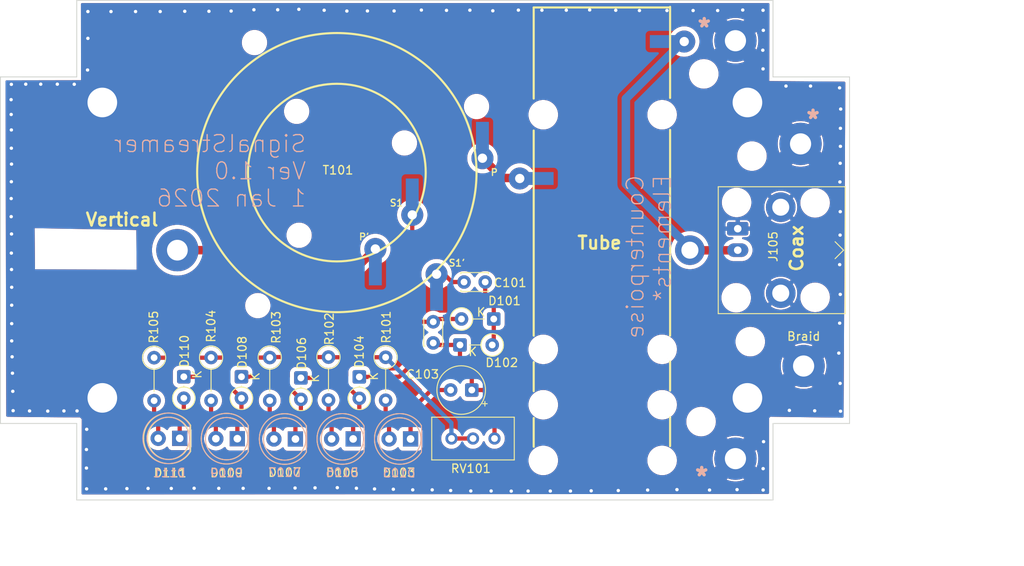
<source format=kicad_pcb>
(kicad_pcb (version 20241229) (generator "pcbnew") (generator_version "9.0")
  (layers (0 "F.Cu" mixed) (2 "B.Cu" mixed) (13 "F.Paste" user) (15 "B.Paste" user) (5 "F.SilkS" user "F.Silkscreen") (7 "B.SilkS" user "B.Silkscreen") (1 "F.Mask" user) (3 "B.Mask" user) (25 "Edge.Cuts" user))
  (net 0 "")
  (net 1 "Net-(D101-K)")
  (net 2 "Net-(T101-IN+)")
  (net 3 "Net-(D102-K)")
  (net 4 "GND")
  (net 5 "Net-(D101-A)")
  (net 6 "Net-(D104-A)")
  (net 7 "Net-(D105-A)")
  (net 8 "Net-(T101-OUT1B)")
  (net 9 "Net-(D106-A)")
  (net 10 "Net-(AE101-A)")
  (net 11 "Net-(D103-A)")
  (net 12 "Net-(D109-A)")
  (net 13 "Net-(D110-A)")
  (net 14 "Net-(J105-Pin_1)")
  (net 15 "Net-(D107-A)")
  (net 16 "Net-(D108-A)")
  (net 17 "Net-(D111-A)")
  (net 18 "Net-(R101-Pad1)")
  (footprint "Inductor_THT:Core_T130_2_windings_Horiz_TH" (layer "F.Cu") (at 79.6259 78.8628)
    (property "Reference" "T101")
    (property "Value" "Coupled_Inductors_2" (hide yes))
  )
  (footprint "MountingHole:MountingHole_2.5mm_Outlined" (layer "F.Cu") (at 126.71 63.27)
    (property "Reference" "REF**" (hide yes))
    (property "Value" "MountingHole_2.5mm_Outlined" (hide yes))
  )
  (footprint "MountingHole:MountingHole_2.5mm_Outlined" (layer "F.Cu") (at 134.76 101.73)
    (property "Reference" "REF**" (hide yes))
    (property "Value" "MountingHole_2.5mm_Outlined" (hide yes))
  )
  (footprint "MountingHole:MountingHole_2.5mm_Outlined" (layer "F.Cu") (at 134.4 75.47)
    (property "Reference" "REF**" (hide yes))
    (property "Value" "MountingHole_2.5mm_Outlined" (hide yes))
  )
  (footprint "Diode_THT:D_DO-35_SOD27_P2.54mm_Vertical_KathodeUp" (layer "F.Cu") (at 82.28 103.014315 -90)
    (property "Reference" "D104")
    (property "Value" "1N4148" (hide yes))
  )
  (footprint "MountingHole:MountingHole_2.5mm" (layer "F.Cu") (at 87.61 75.36)
    (property "Reference" "REF**" (hide yes))
    (property "Value" "MountingHole_2.5mm")
  )
  (footprint "MountingHole:MountingHole_2.5mm" (layer "F.Cu") (at 69.9 63.49)
    (property "Reference" "REF**" (hide yes))
    (property "Value" "MountingHole_2.5mm")
  )
  (footprint "" (layer "F.Cu") (at 128.46 98.85)
    (property "Reference" "")
    (property "Value" "")
  )
  (footprint "LED_THT:LED_D5.0mm" (layer "F.Cu") (at 61.065 110.28 180)
    (property "Reference" "D111")
    (property "Value" "WP7113ID" (hide yes))
  )
  (footprint "Resistor_THT:R_Axial_DIN0207_L6.3mm_D2.5mm_P5.08mm_Vertical" (layer "F.Cu") (at 85.39 100.695 -90)
    (property "Reference" "R101")
    (property "Value" "470")
  )
  (footprint "Diode_THT:D_DO-35_SOD27_P2.54mm_Vertical_KathodeUp" (layer "F.Cu") (at 61.55 103 -90)
    (property "Reference" "D110")
    (property "Value" "1N4148")
  )
  (footprint "Connector_Coaxial:BNC_Amphenol_B6252HB-NPP3G-50_Horizontal" (layer "F.Cu") (at 126.98 88.0349 -90)
    (property "Reference" "J105")
    (property "Value" "Conn_01x02")
  )
  (footprint "MountingHole:MountingHole_2.5mm" (layer "F.Cu") (at 74.88 71.62)
    (property "Reference" "REF**" (hide yes))
    (property "Value" "MountingHole_2.5mm")
  )
  (footprint "Capacitor_THT:CP_Radial_Tantal_D5.5mm_P2.50mm" (layer "F.Cu") (at 95.566369 104.57 180)
    (property "Reference" "C103")
    (property "Value" "10uF")
  )
  (footprint "MountingHole:MountingHole_2.5mm_Outlined" (layer "F.Cu") (at 126.71 112.68)
    (property "Reference" "REF**" (hide yes))
    (property "Value" "MountingHole_2.5mm_Outlined" (hide yes))
  )
  (footprint "MountingHole:MountingHole_3.5mm_Pad" (layer "F.Cu") (at 128.125 70.5724)
    (property "Reference" "REF**" (hide yes))
    (property "Value" "MountingHole_3.5mm_Pad" (hide yes))
  )
  (footprint "Diode_THT:D_DO-35_SOD27_P2.54mm_Vertical_KathodeUp" (layer "F.Cu") (at 75.38 103.134315 -90)
    (property "Reference" "D106")
    (property "Value" "1N4148" (hide yes))
  )
  (footprint "" (layer "F.Cu") (at 121.33 88.0349)
    (property "Reference" "")
    (property "Value" "")
  )
  (footprint "Diode_THT:D_DO-35_SOD27_P2.54mm_Vertical_KathodeUp" (layer "F.Cu") (at 68.36 103 -90)
    (property "Reference" "D108")
    (property "Value" "1N4148")
  )
  (footprint "" (layer "F.Cu") (at 122.97 67.19)
    (property "Reference" "")
    (property "Value" "")
  )
  (footprint "" (layer "F.Cu") (at 128.66 76.91)
    (property "Reference" "")
    (property "Value" "")
  )
  (footprint "" (layer "F.Cu") (at 51.925 105.4974)
    (property "Reference" "")
    (property "Value" "")
  )
  (footprint "" (layer "F.Cu") (at 53.6 88.0349)
    (property "Reference" "")
    (property "Value" "")
  )
  (footprint "MountingHole:MountingHole_2.5mm" (layer "F.Cu") (at 70.29 94.59)
    (property "Reference" "REF**" (hide yes))
    (property "Value" "MountingHole_2.5mm")
  )
  (footprint "Resistor_THT:R_Axial_DIN0207_L6.3mm_D2.5mm_P5.08mm_Vertical" (layer "F.Cu") (at 71.7 100.73 -90)
    (property "Reference" "R103")
    (property "Value" "470")
  )
  (footprint "" (layer "F.Cu") (at 60.79 88.0349)
    (property "Reference" "")
    (property "Value" "")
  )
  (footprint "" (layer "F.Cu") (at 138.190238 67.804761)
    (property "Reference" "")
    (property "Value" "")
  )
  (footprint "" (layer "F.Cu") (at 122.65 108.3)
    (property "Reference" "")
    (property "Value" "")
  )
  (footprint "Capacitor_THT:C_Disc_D3.0mm_W2.0mm_P2.50mm" (layer "F.Cu") (at 91.01 99 90)
    (property "Reference" "C102" (hide yes))
    (property "Value" "470nF" (hide yes))
  )
  (footprint "LED_THT:LED_D5.0mm" (layer "F.Cu") (at 81.55 110.35 180)
    (property "Reference" "D105")
    (property "Value" "WP7113ID" (hide yes))
  )
  (footprint "Inductor_THT:L_Lipstick_Tube_Variable" (layer "F.Cu") (at 101.15 79.64)
    (property "Reference" "L101" (hide yes))
    (property "Value" "FB-31-4852" (hide yes))
  )
  (footprint "Diode_THT:D_DO-35_SOD27_P3.81mm_Vertical_KathodeUp" (layer "F.Cu") (at 94.17 99.24)
    (property "Reference" "D102")
    (property "Value" "1N5711")
  )
  (footprint "" (layer "F.Cu") (at 51.925 70.5724)
    (property "Reference" "")
    (property "Value" "")
  )
  (footprint "Resistor_THT:R_Axial_DIN0207_L6.3mm_D2.5mm_P5.08mm_Vertical" (layer "F.Cu") (at 78.64 100.675 -90)
    (property "Reference" "R102")
    (property "Value" "470")
  )
  (footprint "MountingHole:MountingHole_2.5mm" (layer "F.Cu") (at 75.17 86.27)
    (property "Reference" "REF**" (hide yes))
    (property "Value" "MountingHole_2.5mm")
  )
  (footprint "Diode_THT:D_DO-35_SOD27_P3.81mm_Vertical_KathodeUp" (layer "F.Cu") (at 98.160686 96.17 180)
    (property "Reference" "D101")
    (property "Value" "1N5711")
  )
  (footprint "LED_THT:LED_D5.0mm" (layer "F.Cu") (at 74.735 110.36 180)
    (property "Reference" "D107")
    (property "Value" "WP7113ID" (hide yes))
  )
  (footprint "Potentiometer_THT:Potentiometer_Bourns_3296W_Vertical" (layer "F.Cu") (at 98.25 110.3)
    (property "Reference" "RV101")
    (property "Value" "2k" (hide yes))
  )
  (footprint "Capacitor_THT:C_Disc_D3.0mm_W2.0mm_P2.50mm" (layer "F.Cu") (at 97.15 91.8 180)
    (property "Reference" "C101")
    (property "Value" "470nF" (hide yes))
  )
  (footprint "Resistor_THT:R_Axial_DIN0207_L6.3mm_D2.5mm_P5.08mm_Vertical" (layer "F.Cu") (at 58.04 100.745 -90)
    (property "Reference" "R105")
    (property "Value" "470")
  )
  (footprint "" (layer "F.Cu") (at 126.8 93.66)
    (property "Reference" "")
    (property "Value" "")
  )
  (footprint "" (layer "F.Cu") (at 136.12 93.61)
    (property "Reference" "")
    (property "Value" "")
  )
  (footprint "" (layer "F.Cu") (at 126.85 82.39)
    (property "Reference" "")
    (property "Value" "")
  )
  (footprint "Resistor_THT:R_Axial_DIN0207_L6.3mm_D2.5mm_P5.08mm_Vertical" (layer "F.Cu") (at 64.77 100.73 -90)
    (property "Reference" "R104")
    (property "Value" "470")
  )
  (footprint "" (layer "F.Cu") (at 136.12 82.44)
    (property "Reference" "")
    (property "Value" "")
  )
  (footprint "LED_THT:LED_D5.0mm" (layer "F.Cu") (at 67.875 110.32 180)
    (property "Reference" "D109")
    (property "Value" "WP7113ID" (hide yes))
  )
  (footprint "MountingHole:MountingHole_2.5mm" (layer "F.Cu") (at 96.13 71.05)
    (property "Reference" "REF**" (hide yes))
    (property "Value" "MountingHole_2.5mm")
  )
  (footprint "LED_THT:LED_D5.0mm" (layer "F.Cu") (at 88.335 110.35 180)
    (property "Reference" "D103")
    (property "Value" "WP7113ID" (hide yes))
  )
  (footprint "" (layer "F.Cu") (at 46.41 88.0349)
    (property "Reference" "")
    (property "Value" "")
  )
  (gr_line (start 131.1476 117.5624) (end 48.9024 117.5624) (stroke (width 0.1)) (layer "Edge.Cuts"))
  (gr_line (start 48.9024 108.52) (end 48.9024 117.5624) (stroke (width 0.1)) (layer "Edge.Cuts"))
  (gr_line (start 39.8888 108.52) (end 48.9024 108.52) (stroke (width 0.1)) (layer "Edge.Cuts"))
  (gr_line (start 39.8888 67.5498) (end 39.8888 108.52) (stroke (width 0.1)) (layer "Edge.Cuts"))
  (gr_line (start 131.1476 108.52) (end 140.19 108.52) (stroke (width 0.1)) (layer "Edge.Cuts"))
  (gr_line (start 131.1476 117.5624) (end 131.1476 108.52) (stroke (width 0.1)) (layer "Edge.Cuts"))
  (gr_line (start 39.8888 67.5498) (end 48.9024 67.5498) (stroke (width 0.1)) (layer "Edge.Cuts"))
  (gr_line (start 48.9024 67.5498) (end 48.9024 58.5074) (stroke (width 0.1)) (layer "Edge.Cuts"))
  (gr_line (start 131.1476 67.5498) (end 140.19 67.5498) (stroke (width 0.1)) (layer "Edge.Cuts"))
  (gr_line (start 48.9024 58.5074) (end 131.1476 58.5074) (stroke (width 0.1)) (layer "Edge.Cuts"))
  (gr_line (start 131.1476 58.5074) (end 131.1476 67.5498) (stroke (width 0.1)) (layer "Edge.Cuts"))
  (gr_line (start 140.19 67.5498) (end 140.19 108.52) (stroke (width 0.1)) (layer "Edge.Cuts"))
  (gr_text "Vertical" (at 49.81 85.3 0) (layer "F.SilkS") (effects (font (size 1.5 1.5) (thickness 0.3) (bold yes)) (justify left bottom)))
  (gr_text "Braid" (at 132.72 98.81 0) (layer "F.SilkS") (effects (font (size 1 1)) (justify left bottom)))
  (gr_text "Tube" (at 107.88 88.0349 0) (layer "F.SilkS") (effects (font (size 1.5 1.5) (thickness 0.3) (bold yes)) (justify left bottom)))
  (gr_text "Coax" (at 134.81 90.73 90) (layer "F.SilkS") (effects (font (size 1.5 1.5) (thickness 0.3) (bold yes)) (justify left bottom)))
  (gr_text "D105" (at 80.25 114.32 0) (layer "B.SilkS") (effects (font (size 1 1)) (justify mirror)))
  (gr_text "*" (at 123.75 115.99 0) (layer "B.SilkS") (effects (font (size 2 2) (thickness 0.4) (bold yes)) (justify left bottom mirror)))
  (gr_text "SignalStreamer\nVer 1.0\n1 Jan 2026" (at 76.12 83.06 0) (layer "B.SilkS") (effects (font (size 2 2)) (justify left bottom mirror)))
  (gr_text "D109" (at 66.6 114.36 0) (layer "B.SilkS") (effects (font (size 1 1)) (justify mirror)))
  (gr_text "D107" (at 73.47 114.32 0) (layer "B.SilkS") (effects (font (size 1 1)) (justify mirror)))
  (gr_text "D103" (at 87 114.39 0) (layer "B.SilkS") (effects (font (size 1 1)) (justify mirror)))
  (gr_text "Counterpoise\nElements*" (at 119.26 79.01 90) (layer "B.SilkS") (effects (font (size 2 2)) (justify left bottom mirror)))
  (gr_text "*" (at 136.9 73.75 0) (layer "B.SilkS") (effects (font (size 2 2) (thickness 0.4) (bold yes)) (justify left bottom mirror)))
  (gr_text "*" (at 124.05 62.92 0) (layer "B.SilkS") (effects (font (size 2 2) (thickness 0.4) (bold yes)) (justify left bottom mirror)))
  (gr_text "D111" (at 59.82 114.36 0) (layer "B.SilkS") (effects (font (size 1 1)) (justify mirror)))
  (segment (start 97.15 93.28) (end 98.160686 94.290686) (width 0.5) (layer "F.Cu") (net 1))
  (segment (start 98.160686 94.290686) (end 98.160686 96.17) (width 0.5) (layer "F.Cu") (net 1))
  (segment (start 98.160686 99.059314) (end 97.98 99.24) (width 0.5) (layer "F.Cu") (net 1))
  (segment (start 98.160686 96.17) (end 98.160686 99.059314) (width 0.5) (layer "F.Cu") (net 1))
  (segment (start 97.15 91.8) (end 97.15 93.28) (width 0.5) (layer "F.Cu") (net 1))
  (segment (start 91.4059 90.8728) (end 92.3028 90.8728) (width 0.5) (layer "F.Cu") (net 2))
  (segment (start 93.27 91.84) (end 93.31 91.8) (width 0.5) (layer "F.Cu") (net 2))
  (segment (start 93.31 91.8) (end 94.65 91.8) (width 0.5) (layer "F.Cu") (net 2))
  (segment (start 92.3028 90.8728) (end 93.27 91.84) (width 0.5) (layer "F.Cu") (net 2))
  (segment (start 94.17 100.94) (end 95.566369 102.336369) (width 0.5) (layer "F.Cu") (net 3))
  (segment (start 91.25 99.24) (end 91.01 99) (width 0.5) (layer "F.Cu") (net 3))
  (segment (start 95.566369 102.336369) (end 95.566369 104.57) (width 0.5) (layer "F.Cu") (net 3))
  (segment (start 95.566369 104.57) (end 96.91 104.57) (width 0.5) (layer "F.Cu") (net 3))
  (segment (start 96.91 104.57) (end 98.25 105.91) (width 0.5) (layer "F.Cu") (net 3))
  (segment (start 98.25 105.91) (end 98.25 110.12) (width 0.5) (layer "F.Cu") (net 3))
  (segment (start 94.17 99.24) (end 91.25 99.24) (width 0.5) (layer "F.Cu") (net 3))
  (segment (start 94.17 99.24) (end 94.17 100.94) (width 0.5) (layer "F.Cu") (net 3))
  (segment (start 43.3 107.01) (end 43.33 107.04) (width 0.35) (layer "F.Cu") (net 4))
  (segment (start 49.4612 68.3612) (end 49.4024 68.42) (width 0.35) (layer "F.Cu") (net 4))
  (segment (start 64.99 59.7924) (end 67.11 59.7924) (width 0.35) (layer "F.Cu") (net 4))
  (segment (start 42.88 68.41) (end 41.2 68.41) (width 0.35) (layer "F.Cu") (net 4))
  (segment (start 104.84 116.5124) (end 102.22 116.5124) (width 0.35) (layer "F.Cu") (net 4))
  (segment (start 139.01 71.2224) (end 139.01 68.8424) (width 0.35) (layer "F.Cu") (net 4))
  (segment (start 67.11 59.7924) (end 67.14 59.7624) (width 0.35) (layer "F.Cu") (net 4))
  (segment (start 41.2 92.4) (end 41.22 92.42) (width 0.35) (layer "F.Cu") (net 4))
  (segment (start 86.39 59.7524) (end 87.03 59.7524) (width 0.35) (layer "F.Cu") (net 4))
  (segment (start 119.85 116.3924) (end 119.8 116.3424) (width 0.35) (layer "F.Cu") (net 4))
  (segment (start 126.95 116.3924) (end 126.9 116.3424) (width 0.35) (layer "F.Cu") (net 4))
  (segment (start 139.08 79.94) (end 139.05 79.97) (width 0.35) (layer "F.Cu") (net 4))
  (segment (start 41.16 81.93) (end 41.16 84.07) (width 0.35) (layer "F.Cu") (net 4))
  (segment (start 47.39 107.04) (end 47.777368 107.04) (width 0.35) (layer "F.Cu") (net 4))
  (segment (start 50.18 67.6424) (end 50.0712 67.7512) (width 0.35) (layer "F.Cu") (net 4))
  (segment (start 93.044511 116.475489) (end 93.07 116.45) (width 0.35) (layer "F.Cu") (net 4))
  (segment (start 116.34 116.3924) (end 112.93 116.3924) (width 0.35) (layer "F.Cu") (net 4))
  (segment (start 41.2 90.32) (end 41.2 92.4) (width 0.35) (layer "F.Cu") (net 4))
  (segment (start 50.0712 67.7512) (end 50.0712 68.7186) (width 0.35) (layer "F.Cu") (net 4))
  (segment (start 129.6 106.9724) (end 128.125 105.4974) (width 0.35) (layer "F.Cu") (net 4))
  (segment (start 109.49 59.6324) (end 112.53 59.6324) (width 0.35) (layer "F.Cu") (net 4))
  (segment (start 52.95 59.8224) (end 55.85 59.8224) (width 0.35) (layer "F.Cu") (net 4))
  (segment (start 83.2295 59.7629) (end 83.24 59.7524) (width 0.35) (layer "F.Cu") (net 4))
  (segment (start 77.0724 116.11) (end 77.05 116.1324) (width 0.35) (layer "F.Cu") (net 4))
  (segment (start 115.37 59.7024) (end 118.62 59.7024) (width 0.35) (layer "F.Cu") (net 4))
  (segment (start 139.02 91.6099) (end 139.02 93.1924) (width 0.35) (layer "F.Cu") (net 4))
  (segment (start 93.044511 116.526911) (end 93.044511 116.475489) (width 0.35) (layer "F.Cu") (net 4))
  (segment (start 112.93 116.3924) (end 112.87 116.4524) (width 0.35) (layer "F.Cu") (net 4))
  (segment (start 69.83 59.61) (end 72.64 59.61) (width 0.35) (layer "F.Cu") (net 4))
  (segment (start 45.5 107.04) (end 47.39 107.04) (width 0.35) (layer "F.Cu") (net 4))
  (segment (start 50.08 109.2124) (end 50.08 111.5724) (width 0.35) (layer "F.Cu") (net 4))
  (segment (start 130 64.3324) (end 129.94 64.3924) (width 0.35) (layer "F.Cu") (net 4))
  (segment (start 50.0712 68.7186) (end 51.925 70.5724) (width 0.35) (layer "F.Cu") (net 4))
  (segment (start 52.32 116.2524) (end 54.8 116.2524) (width 0.35) (layer "F.Cu") (net 4))
  (segment (start 100.99098 59.7324) (end 101.07 59.65338) (width 0.35) (layer "F.Cu") (net 4))
  (segment (start 84.12 116.3) (end 84.08 116.26) (width 0.35) (layer "F.Cu") (net 4))
  (segment (start 41.31 102.58) (end 41.31 104.68) (width 0.35) (layer "F.Cu") (net 4))
  (segment (start 50.08 111.5724) (end 50.05 111.6024) (width 0.35) (layer "F.Cu") (net 4))
  (segment (start 50.05 116.2324) (end 50.07 116.2524) (width 0.35) (layer "F.Cu") (net 4))
  (segment (start 75.14 59.56) (end 78.02 59.56) (width 0.35) (layer "F.Cu") (net 4))
  (segment (start 95.425489 116.526911) (end 93.044511 116.526911) (width 0.35) (layer "F.Cu") (net 4))
  (segment (start 139.11 75.76) (end 139.08 75.79) (width 0.35) (layer "F.Cu") (net 4))
  (segment (start 61.63 59.8224) (end 61.66 59.7924) (width 0.35) (layer "F.Cu") (net 4))
  (segment (start 81.94 116.18) (end 81.87 116.11) (width 0.35) (layer "F.Cu") (net 4))
  (segment (start 95.34 59.6624) (end 95.32 59.6824) (width 0.35) (layer "F.Cu") (net 4))
  (segment (start 62.77 116.1824) (end 65.67 116.1824) (width 0.35) (layer "F.Cu") (net 4))
  (segment (start 109.67 116.4824) (end 107.25 116.4824) (width 0.35) (layer "F.Cu") (net 4))
  (segment (start 139.12 107.0724) (end 136.12 107.0724) (width 0.35) (layer "F.Cu") (net 4))
  (segment (start 41.22 100.59) (end 41.27 100.64) (width 0.35) (layer "F.Cu") (net 4))
  (segment (start 50.08 109.2124) (end 49.91 109.0424) (width 0.35) (layer "F.Cu") (net 4))
  (segment (start 97.874511 116.526911) (end 97.85 116.5024) (width 0.35) (layer "F.Cu") (net 4))
  (segment (start 74.69 116.1524) (end 77.03 116.1524) (width 0.35) (layer "F.Cu") (net 4))
  (segment (start 78.02 59.56) (end 78.13 59.67) (width 0.35) (layer "F.Cu") (net 4))
  (segment (start 112.53 59.6324) (end 112.57 59.6724) (width 0.35) (layer "F.Cu") (net 4))
  (segment (start 41.2 77.86) (end 41.2 79.92) (width 0.35) (layer "F.Cu") (net 4))
  (segment (start 49.91 107.547574) (end 49.050489 106.688063) (width 0.35) (layer "F.Cu") (net 4))
  (segment (start 50.05 113.7924) (end 50.05 116.2324) (width 0.35) (layer "F.Cu") (net 4))
  (segment (start 50.08 107.3424) (end 51.925 105.4974) (width 0.35) (layer "F.Cu") (net 4))
  (segment (start 135.58 68.6324) (end 132.68 68.6324) (width 0.35) (layer "F.Cu") (net 4))
  (segment (start 130 62.0424) (end 130 64.3324) (width 0.35) (layer "F.Cu") (net 4))
  (segment (start 136.12 107.0724) (end 136.07 107.0224) (width 0.35) (layer "F.Cu") (net 4))
  (segment (start 130.03 113.8124) (end 129.98 113.8624) (width 0.35) (layer "F.Cu") (net 4))
  (segment (start 41.2 68.41) (end 41.18 68.43) (width 0.35) (layer "F.Cu") (net 4))
  (segment (start 129.98 116.3924) (end 126.95 116.3924) (width 0.35) (layer "F.Cu") (net 4))
  (segment (start 95.32 59.6824) (end 92.58 59.6824) (width 0.35) (layer "F.Cu") (net 4))
  (segment (start 132.68 68.6324) (end 130.065 68.6324) (width 0.35) (layer "F.Cu") (net 4))
  (segment (start 50.22 62.9924) (end 50.22 59.8224) (width 0.35) (layer "F.Cu") (net 4))
  (segment (start 48.94 107.04) (end 49.402426 107.04) (width 0.35) (layer "F.Cu") (net 4))
  (segment (start 50.18 67.6424) (end 50.18 66.7324) (width 0.35) (layer "F.Cu") (net 4))
  (segment (start 127.57 59.6424) (end 129.94 59.6424) (width 0.35) (layer "F.Cu") (net 4))
  (segment (start 77.03 116.1524) (end 77.05 116.1324) (width 0.35) (layer "F.Cu") (net 4))
  (segment (start 41.2 88.36) (end 41.18 88.38) (width 0.35) (layer "F.Cu") (net 4))
  (segment (start 49.4612 68.3612) (end 50.18 67.6424) (width 0.35) (layer "F.Cu") (net 4))
  (segment (start 80.81 59.7629) (end 83.2295 59.7629) (width 0.35) (layer "F.Cu") (net 4))
  (segment (start 45.48 107.06) (end 45.5 107.04) (width 0.35) (layer "F.Cu") (net 4))
  (segment (start 86.39 59.7524) (end 89.504595 59.7524) (width 0.35) (layer "F.Cu") (net 4))
  (segment (start 41.22 94.54) (end 41.22 96.72) (width 0.35) (layer "F.Cu") (net 4))
  (segment (start 57.33 116.2024) (end 60.07 116.2024) (width 0.35) (layer "F.Cu") (net 4))
  (segment (start 130.03 107.4024) (end 128.125 105.4974) (width 0.35) (layer "F.Cu") (net 4))
  (segment (start 41.15 70.24) (end 41.15 71.98) (width 0.35) (layer "F.Cu") (net 4))
  (segment (start 81.87 116.11) (end 79.68 116.11) (width 0.35) (layer "F.Cu") (net 4))
  (segment (start 41.31 104.68) (end 41.35 104.72) (width 0.35) (layer "F.Cu") (net 4))
  (segment (start 98.05 59.7324) (end 100.99098 59.7324) (width 0.35) (layer "F.Cu") (net 4))
  (segment (start 130.03 110.6724) (end 130.03 113.8124) (width 0.35) (layer "F.Cu") (net 4))
  (segment (start 89.504595 59.7524) (end 89.609787 59.647208) (width 0.35) (layer "F.Cu") (net 4))
  (segment (start 107.25 116.4824) (end 107.22 116.5124) (width 0.35) (layer "F.Cu") (net 4))
  (segment (start 50.08 109.2124) (end 50.08 107.3424) (width 0.35) (layer "F.Cu") (net 4))
  (segment (start 121.71 59.7024) (end 124.61 59.7024) (width 0.35) (layer "F.Cu") (net 4))
  (segment (start 64.52 59.7924) (end 64.99 59.7924) (width 0.35) (layer "F.Cu") (net 4))
  (segment (start 41.2 86.12) (end 41.2 88.36) (width 0.35) (layer "F.Cu") (net 4))
  (segment (start 68.56 116.1924) (end 71.62 116.1924) (width 0.35) (layer "F.Cu") (net 4))
  (segment (start 48.87 68.9524) (end 49.4612 68.3612) (width 0.35) (layer "F.Cu") (net 4))
  (segment (start 41.2 79.92) (end 41.18 79.94) (width 0.35) (layer "F.Cu") (net 4))
  (segment (start 49.91 109.0424) (end 49.91 107.547574) (width 0.35) (layer "F.Cu") (net 4))
  (segment (start 129.94 59.6424) (end 129.97 59.6724) (width 0.35) (layer "F.Cu") (net 4))
  (segment (start 46.61 68.41) (end 44.65 68.41) (width 0.35) (layer "F.Cu") (net 4))
  (segment (start 90.89 116.37) (end 88.59 116.37) (width 0.35) (layer "F.Cu") (net 4))
  (segment (start 79.68 116.11) (end 77.0724 116.11) (width 0.35) (layer "F.Cu") (net 4))
  (segment (start 58.76 59.8224) (end 61.63 59.8224) (width 0.35) (layer "F.Cu") (net 4))
  (segment (start 41.39 107.01) (end 43.3 107.01) (width 0.35) (layer "F.Cu") (net 4))
  (segment (start 41.22 98.76) (end 41.22 100.59) (width 0.35) (layer "F.Cu") (net 4))
  (segment (start 130.065 68.6324) (end 128.125 70.5724) (width 0.35) (layer "F.Cu") (net 4))
  (segment (start 129.97 68.7274) (end 128.125 70.5724) (width 0.35) (layer "F.Cu") (net 4))
  (segment (start 41.15 71.98) (end 41.16 71.99) (width 0.35) (layer "F.Cu") (net 4))
  (segment (start 65.67 116.1824) (end 65.68 116.1924) (width 0.35) (layer "F.Cu") (net 4))
  (segment (start 103.85 59.6624) (end 106.73 59.6624) (width 0.35) (layer "F.Cu") (net 4))
  (segment (start 130.03 110.6724) (end 130.03 107.4024) (width 0.35) (layer "F.Cu") (net 4))
  (segment (start 139.08 77.76) (end 139.08 79.94) (width 0.35) (layer "F.Cu") (net 4))
  (segment (start 139.02 89.7424) (end 139.02 91.6099) (width 0.35) (layer "F.Cu") (net 4))
  (segment (start 54.8 116.2524) (end 54.83 116.2224) (width 0.35) (layer "F.Cu") (net 4))
  (segment (start 129.97 66.6024) (end 129.97 68.7274) (width 0.35) (layer "F.Cu") (net 4))
  (segment (start 123.65 116.3924) (end 119.85 116.3924) (width 0.35) (layer "F.Cu") (net 4))
  (segment (start 49.4024 68.42) (end 48.61 68.42) (width 0.35) (layer "F.Cu") (net 4))
  (segment (start 100.224873 116.521019) (end 100.218981 116.526911) (width 0.35) (layer "F.Cu") (net 4))
  (segment (start 138.92 100.2024) (end 138.92 103.6324) (width 0.35) (layer "F.Cu") (net 4))
  (segment (start 133.08 106.9724) (end 129.6 106.9724) (width 0.35) (layer "F.Cu") (net 4))
  (segment (start 79.68 116.11) (end 79.88 116.11) (width 0.35) (layer "F.Cu") (net 4))
  (segment (start 139.02 93.1924) (end 139.09 93.2624) (width 0.35) (layer "F.Cu") (net 4))
  (segment (start 139.07 83.4624) (end 139.09 83.4824) (width 0.35) (layer "F.Cu") (net 4))
  (segment (start 138.92 103.6324) (end 139.07 103.7824) (width 0.35) (layer "F.Cu") (net 4))
  (segment (start 100.218981 116.526911) (end 97.874511 116.526911) (width 0.35) (layer "F.Cu") (net 4))
  (segment (start 41.18 73.82) (end 41.18 75.98) (width 0.35) (layer "F.Cu") (net 4))
  (segment (start 95.45 116.5024) (end 95.425489 116.526911) (width 0.35) (layer "F.Cu") (net 4))
  (segment (start 104.14 59.9524) (end 103.85 59.6624) (width 0.35) (layer "F.Cu") (net 4))
  (segment (start 86.3 116.3) (end 84.12 116.3) (width 0.35) (layer "F.Cu") (net 4))
  (segment (start 49.402426 107.04) (end 49.91 107.547574) (width 0.35) (layer "F.Cu") (net 4))
  (segment (start 139.11 73.63) (end 139.11 75.76) (width 0.35) (layer "F.Cu") (net 4))
  (via (at 118.62 59.7024) (size 0.6) (drill 0.4) (layers "F.Cu" "B.Cu") (net 4))
  (via (at 127.57 59.6424) (size 0.6) (drill 0.4) (layers "F.Cu" "B.Cu") (net 4))
  (via (at 116.34 116.3924) (size 0.6) (drill 0.4) (layers "F.Cu" "B.Cu") (net 4))
  (via (at 54.83 116.2224) (size 0.6) (drill 0.4) (layers "F.Cu" "B.Cu") (net 4))
  (via (at 109.49 59.6324) (size 0.6) (drill 0.4) (layers "F.Cu" "B.Cu") (net 4))
  (via (at 57.33 116.2024) (size 0.6) (drill 0.4) (layers "F.Cu" "B.Cu") (net 4))
  (via (at 112.57 59.6724) (size 0.6) (drill 0.4) (layers "F.Cu" "B.Cu") (net 4))
  (via (at 41.15 70.24) (size 0.6) (drill 0.4) (layers "F.Cu" "B.Cu") (net 4))
  (via (at 68.56 116.1924) (size 0.6) (drill 0.4) (layers "F.Cu" "B.Cu") (net 4))
  (via (at 130 62.0424) (size 0.6) (drill 0.4) (layers "F.Cu" "B.Cu") (net 4))
  (via (at 75.14 59.56) (size 0.6) (drill 0.4) (layers "F.Cu" "B.Cu") (net 4))
  (via (at 86.3 116.3) (size 0.6) (drill 0.4) (layers "F.Cu" "B.Cu") (net 4))
  (via (at 64.52 59.7924) (size 0.6) (drill 0.4) (layers "F.Cu" "B.Cu") (net 4))
  (via (at 50.18 66.7324) (size 0.6) (drill 0.4) (layers "F.Cu" "B.Cu") (net 4))
  (via (at 83.24 59.7524) (size 0.6) (drill 0.4) (layers "F.Cu" "B.Cu") (net 4))
  (via (at 60.07 116.2024) (size 0.6) (drill 0.4) (layers "F.Cu" "B.Cu") (net 4))
  (via (at 41.2 77.86) (size 0.6) (drill 0.4) (layers "F.Cu" "B.Cu") (net 4))
  (via (at 136.07 107.0224) (size 0.6) (drill 0.4) (layers "F.Cu" "B.Cu") (net 4))
  (via (at 41.39 107.01) (size 0.6) (drill 0.4) (layers "F.Cu" "B.Cu") (net 4))
  (via (at 139.09 83.4824) (size 0.6) (drill 0.4) (layers "F.Cu" "B.Cu") (net 4))
  (via (at 44.65 68.41) (size 0.6) (drill 0.4) (layers "F.Cu" "B.Cu") (net 4))
  (via (at 124.61 59.7024) (size 0.6) (drill 0.4) (layers "F.Cu" "B.Cu") (net 4))
  (via (at 41.16 71.99) (size 0.6) (drill 0.4) (layers "F.Cu" "B.Cu") (net 4))
  (via (at 61.66 59.7924) (size 0.6) (drill 0.4) (layers "F.Cu" "B.Cu") (net 4))
  (via (at 41.2 86.12) (size 0.6) (drill 0.4) (layers "F.Cu" "B.Cu") (net 4))
  (via (at 95.34 59.6624) (size 0.6) (drill 0.4) (layers "F.Cu" "B.Cu") (net 4))
  (via (at 41.16 84.07) (size 0.6) (drill 0.4) (layers "F.Cu" "B.Cu") (net 4))
  (via (at 50.07 116.2524) (size 0.6) (drill 0.4) (layers "F.Cu" "B.Cu") (net 4))
  (via (at 78.13 59.67) (size 0.6) (drill 0.4) (layers "F.Cu" "B.Cu") (net 4))
  (via (at 139.11 73.63) (size 0.6) (drill 0.4) (layers "F.Cu" "B.Cu") (net 4))
  (via (at 90.89 116.37) (size 0.6) (drill 0.4) (layers "F.Cu" "B.Cu") (net 4))
  (via (at 46.61 68.41) (size 0.6) (drill 0.4) (layers "F.Cu" "B.Cu") (net 4))
  (via (at 45.48 107.06) (size 0.6) (drill 0.4) (layers "F.Cu" "B.Cu") (net 4))
  (via (at 79.68 116.11) (size 0.6) (drill 0.4) (layers "F.Cu" "B.Cu") (net 4))
  (via (at 100.224873 116.521019) (size 0.6) (drill 0.4) (layers "F.Cu" "B.Cu") (net 4))
  (via (at 89.609787 59.647208) (size 0.6) (drill 0.4) (layers "F.Cu" "B.Cu") (net 4))
  (via (at 50.22 59.8224) (size 0.6) (drill 0.4) (layers "F.Cu" "B.Cu") (net 4))
  (via (at 129.98 116.3924) (size 0.6) (drill 0.4) (layers "F.Cu" "B.Cu") (net 4))
  (via (at 69.83 59.61) (size 0.6) (drill 0.4) (layers "F.Cu" "B.Cu") (net 4))
  (via (at 126.9 116.3424) (size 0.6) (drill 0.4) (layers "F.Cu" "B.Cu") (net 4))
  (via (at 107.22 116.5124) (size 0.6) (drill 0.4) (layers "F.Cu" "B.Cu") (net 4))
  (via (at 52.95 59.8224) (size 0.6) (drill 0.4) (layers "F.Cu" "B.Cu") (net 4))
  (via (at 119.8 116.3424) (size 0.6) (drill 0.4) (layers "F.Cu" "B.Cu") (net 4))
  (via (at 52.32 116.2524) (size 0.6) (drill 0.4) (layers "F.Cu" "B.Cu") (net 4))
  (via (at 139.12 107.0724) (size 0.6) (drill 0.4) (layers "F.Cu" "B.Cu") (net 4))
  (via (at 55.85 59.8224) (size 0.6) (drill 0.4) (layers "F.Cu" "B.Cu") (net 4))
  (via (at 139.01 68.8424) (size 0.6) (drill 0.4) (layers "F.Cu" "B.Cu") (net 4))
  (via (at 129.94 64.3924) (size 0.6) (drill 0.4) (layers "F.Cu" "B.Cu") (net 4))
  (via (at 41.22 98.76) (size 0.6) (drill 0.4) (layers "F.Cu" "B.Cu") (net 4))
  (via (at 93.07 116.45) (size 0.6) (drill 0.4) (layers "F.Cu" "B.Cu") (net 4))
  (via (at 50.05 113.7924) (size 0.6) (drill 0.4) (layers "F.Cu" "B.Cu") (net 4))
  (via (at 62.77 116.1824) (size 0.6) (drill 0.4) (layers "F.Cu" "B.Cu") (net 4))
  (via (at 65.68 116.1924) (size 0.6) (drill 0.4) (layers "F.Cu" "B.Cu") (net 4))
  (via (at 50.22 62.9924) (size 0.6) (drill 0.4) (layers "F.Cu" "B.Cu") (net 4))
  (via (at 50.05 111.6024) (size 0.6) (drill 0.4) (layers "F.Cu" "B.Cu") (net 4))
  (via (at 41.18 75.98) (size 0.6) (drill 0.4) (layers "F.Cu" "B.Cu") (net 4))
  (via (at 98.05 59.7324) (size 0.6) (drill 0.4) (layers "F.Cu" "B.Cu") (net 4))
  (via (at 41.18 88.38) (size 0.6) (drill 0.4) (layers "F.Cu" "B.Cu") (net 4))
  (via (at 139.08 77.76) (size 0.6) (drill 0.4) (layers "F.Cu" "B.Cu") (net 4))
  (via (at 121.71 59.7024) (size 0.6) (drill 0.4) (layers "F.Cu" "B.Cu") (net 4))
  (via (at 139.09 93.2624) (size 0.6) (drill 0.4) (layers "F.Cu" "B.Cu") (net 4))
  (via (at 112.87 116.4524) (size 0.6) (drill 0.4) (layers "F.Cu" "B.Cu") (net 4))
  (via (at 47.39 107.04) (size 0.6) (drill 0.4) (layers "F.Cu" "B.Cu") (net 4))
  (via (at 84.08 116.26) (size 0.6) (drill 0.4) (layers "F.Cu" "B.Cu") (net 4))
  (via (at 139.07 103.7824) (size 0.6) (drill 0.4) (layers "F.Cu" "B.Cu") (net 4))
  (via (at 41.31 102.58) (size 0.6) (drill 0.4) (layers "F.Cu" "B.Cu") (net 4))
  (via (at 103.85 59.6624) (size 0.6) (drill 0.4) (layers "F.Cu" "B.Cu") (net 4))
  (via (at 41.18 68.43) (size 0.6) (drill 0.4) (layers "F.Cu" "B.Cu") (net 4))
  (via (at 92.58 59.6824) (size 0.6) (drill 0.4) (layers "F.Cu" "B.Cu") (net 4))
  (via (at 123.65 116.3924) (size 0.6) (drill 0.4) (layers "F.Cu" "B.Cu") (net 4))
  (via (at 41.35 104.72) (size 0.6) (drill 0.4) (layers "F.Cu" "B.Cu") (net 4))
  (via (at 104.84 116.5124) (size 0.6) (drill 0.4) (layers "F.Cu" "B.Cu") (net 4))
  (via (at 50.08 109.2124) (size 0.6) (drill 0.4) (layers "F.Cu" "B.Cu") (net 4))
  (via (at 41.22 92.42) (size 0.6) (drill 0.4) (layers "F.Cu" "B.Cu") (net 4))
  (via (at 129.98 113.8624) (size 0.6) (drill 0.4) (layers "F.Cu" "B.Cu") (net 4))
  (via (at 139.14 71.3524) (size 0.6) (drill 0.4) (layers "F.Cu" "B.Cu") (net 4))
  (via (at 41.22 96.72) (size 0.6) (drill 0.4) (layers "F.Cu" "B.Cu") (net 4))
  (via (at 95.45 116.5024) (size 0.6) (drill 0.4) (layers "F.Cu" "B.Cu") (net 4))
  (via (at 139.11 75.76) (size 0.6) (drill 0.4) (layers "F.Cu" "B.Cu") (net 4))
  (via (at 139.02 89.7424) (size 0.6) (drill 0.4) (layers "F.Cu" "B.Cu") (net 4))
  (via (at 106.73 59.6624) (size 0.6) (drill 0.4) (layers "F.Cu" "B.Cu") (net 4))
  (via (at 41.2 90.32) (size 0.6) (drill 0.4) (layers "F.Cu" "B.Cu") (net 4))
  (via (at 97.85 116.5024) (size 0.6) (drill 0.4) (layers "F.Cu" "B.Cu") (net 4))
  (via (at 139.07 86.2524) (size 0.6) (drill 0.4) (layers "F.Cu" "B.Cu") (net 4))
  (via (at 71.62 116.1924) (size 0.6) (drill 0.4) (layers "F.Cu" "B.Cu") (net 4))
  (via (at 41.27 100.64) (size 0.6) (drill 0.4) (layers "F.Cu" "B.Cu") (net 4))
  (via (at 74.69 116.1524) (size 0.6) (drill 0.4) (layers "F.Cu" "B.Cu") (net 4))
  (via (at 86.39 59.7524) (size 0.6) (drill 0.4) (layers "F.Cu" "B.Cu") (net 4))
  (via (at 43.33 107.04) (size 0.6) (drill 0.4) (layers "F.Cu" "B.Cu") (net 4))
  (via (at 42.88 68.41) (size 0.6) (drill 0.4) (layers "F.Cu" "B.Cu") (net 4))
  (via (at 135.58 68.6324) (size 0.6) (drill 0.4) (layers "F.Cu" "B.Cu") (net 4))
  (via (at 129.97 66.6024) (size 0.6) (drill 0.4) (layers "F.Cu" "B.Cu") (net 4))
  (via (at 81.94 116.18) (size 0.6) (drill 0.4) (layers "F.Cu" "B.Cu") (net 4))
  (via (at 67.14 59.7624) (size 0.6) (drill 0.4) (layers "F.Cu" "B.Cu") (net 4))
  (via (at 41.22 94.54) (size 0.6) (drill 0.4) (layers "F.Cu" "B.Cu") (net 4))
  (via (at 80.81 59.7629) (size 0.6) (drill 0.4) (layers "F.Cu" "B.Cu") (net 4))
  (via (at 115.37 59.7024) (size 0.6) (drill 0.4) (layers "F.Cu" "B.Cu") (net 4))
  (via (at 132.68 68.6324) (size 0.6) (drill 0.4) (layers "F.Cu" "B.Cu") (net 4))
  (via (at 138.92 100.2024) (size 0.6) (drill 0.4) (layers "F.Cu" "B.Cu") (net 4))
  (via (at 133.08 106.9724) (size 0.6) (drill 0.4) (layers "F.Cu" "B.Cu") (net 4))
  (via (at 88.59 116.37) (size 0.6) (drill 0.4) (layers "F.Cu" "B.Cu") (net 4))
  (via (at 77.05 116.1324) (size 0.6) (drill 0.4) (layers "F.Cu" "B.Cu") (net 4))
  (via (at 129.97 59.6724) (size 0.6) (drill 0.4) (layers "F.Cu" "B.Cu") (net 4))
  (via (at 130.03 110.6724) (size 0.6) (drill 0.4) (layers "F.Cu" "B.Cu") (net 4))
  (via (at 139.05 79.97) (size 0.6) (drill 0.4) (layers "F.Cu" "B.Cu") (net 4))
  (via (at 139.02 96.6624) (size 0.6) (drill 0.4) (layers "F.Cu" "B.Cu") (net 4))
  (via (at 41.16 81.93) (size 0.6) (drill 0.4) (layers "F.Cu" "B.Cu") (net 4))
  (via (at 48.94 107.04) (size 0.6) (drill 0.4) (layers "F.Cu" "B.Cu") (net 4))
  (via (at 72.64 59.61) (size 0.6) (drill 0.4) (layers "F.Cu" "B.Cu") (net 4))
  (via (at 109.67 116.4824) (size 0.6) (drill 0.4) (layers "F.Cu" "B.Cu") (net 4))
  (via (at 102.22 116.5124) (size 0.6) (drill 0.4) (layers "F.Cu" "B.Cu") (net 4))
  (via (at 58.76 59.8224) (size 0.6) (drill 0.4) (layers "F.Cu" "B.Cu") (net 4))
  (via (at 101.07 59.65338) (size 0.6) (drill 0.4) (layers "F.Cu" "B.Cu") (net 4))
  (via (at 41.18 73.82) (size 0.6) (drill 0.4) (layers "F.Cu" "B.Cu") (net 4))
  (via (at 41.18 79.94) (size 0.6) (drill 0.4) (layers "F.Cu" "B.Cu") (net 4))
  (via (at 48.61 68.42) (size 0.6) (drill 0.4) (layers "F.Cu" "B.Cu") (net 4))
  (segment (start 139.14 73.6) (end 139.11 73.63) (width 0.35) (layer "B.Cu") (net 4))
  (segment (start 50.05 111.6024) (end 50.05 113.7924) (width 0.35) (layer "B.Cu") (net 4))
  (segment (start 41.18 75.98) (end 41.18 77.84) (width 0.35) (layer "B.Cu") (net 4))
  (segment (start 54.83 116.2224) (end 57.31 116.2224) (width 0.35) (layer "B.Cu") (net 4))
  (segment (start 93.07 116.45) (end 90.97 116.45) (width 0.35) (layer "B.Cu") (net 4))
  (segment (start 41.22 92.42) (end 41.22 94.54) (width 0.35) (layer "B.Cu") (net 4))
  (segment (start 80.7171 59.67) (end 80.81 59.7629) (width 0.35) (layer "B.Cu") (net 4))
  (segment (start 89.609787 59.647208) (end 92.544808 59.647208) (width 0.35) (layer "B.Cu") (net 4))
  (segment (start 124.61 59.7024) (end 127.51 59.7024) (width 0.35) (layer "B.Cu") (net 4))
  (segment (start 116.39 116.3424) (end 116.34 116.3924) (width 0.35) (layer "B.Cu") (net 4))
  (segment (start 41.16 84.07) (end 41.16 86.08) (width 0.35) (layer "B.Cu") (net 4))
  (segment (start 112.87 116.4524) (end 109.7 116.4524) (width 0.35) (layer "B.Cu") (net 4))
  (segment (start 95.34 59.6624) (end 97.98 59.6624) (width 0.35) (layer "B.Cu") (net 4))
  (segment (start 112.57 59.6724) (end 115.34 59.6724) (width 0.35) (layer "B.Cu") (net 4))
  (segment (start 129.98 113.8624) (end 129.98 116.3924) (width 0.35) (layer "B.Cu") (net 4))
  (segment (start 41.22 96.72) (end 41.22 98.76) (width 0.35) (layer "B.Cu") (net 4))
  (segment (start 115.34 59.6724) (end 115.37 59.7024) (width 0.35) (layer "B.Cu") (net 4))
  (segment (start 129.97 62.0124) (end 130 62.0424) (width 0.35) (layer "B.Cu") (net 4))
  (segment (start 129.94 66.5724) (end 129.97 66.6024) (width 0.35) (layer "B.Cu") (net 4))
  (segment (start 75.09 59.61) (end 75.14 59.56) (width 0.35) (layer "B.Cu") (net 4))
  (segment (start 139.09 83.4824) (end 139.09 86.2324) (width 0.35) (layer "B.Cu") (net 4))
  (segment (start 118.62 59.7024) (end 121.71 59.7024) (width 0.35) (layer "B.Cu") (net 4))
  (segment (start 102.22 116.5124) (end 100.233492 116.5124) (width 0.35) (layer "B.Cu") (net 4))
  (segment (start 41.35 104.72) (end 41.35 106.97) (width 0.35) (layer "B.Cu") (net 4))
  (segment (start 41.16 73.8) (end 41.18 73.82) (width 0.35) (layer "B.Cu") (net 4))
  (segment (start 57.31 116.2224) (end 57.33 116.2024) (width 0.35) (layer "B.Cu") (net 4))
  (segment (start 41.18 70.21) (end 41.15 70.24) (width 0.35) (layer "B.Cu") (net 4))
  (segment (start 41.18 68.43) (end 41.18 70.21) (width 0.35) (layer "B.Cu") (net 4))
  (segment (start 133.13 107.0224) (end 133.08 106.9724) (width 0.35) (layer "B.Cu") (net 4))
  (segment (start 41.18 90.3) (end 41.2 90.32) (width 0.35) (layer "B.Cu") (net 4))
  (segment (start 82.02 116.26) (end 81.94 116.18) (width 0.35) (layer "B.Cu") (net 4))
  (segment (start 129.94 64.3924) (end 129.94 66.5724) (width 0.35) (layer "B.Cu") (net 4))
  (segment (start 67.14 59.7624) (end 69.6776 59.7624) (width 0.35) (layer "B.Cu") (net 4))
  (segment (start 41.27 100.64) (end 41.27 102.54) (width 0.35) (layer "B.Cu") (net 4))
  (segment (start 44.65 68.41) (end 42.88 68.41) (width 0.35) (layer "B.Cu") (net 4))
  (segment (start 92.544808 59.647208) (end 92.58 59.6824) (width 0.35) (layer "B.Cu") (net 4))
  (segment (start 129.97 59.6724) (end 129.97 62.0124) (width 0.35) (layer "B.Cu") (net 4))
  (segment (start 41.35 106.97) (end 41.39 107.01) (width 0.35) (layer "B.Cu") (net 4))
  (segment (start 109.46 59.6624) (end 109.49 59.6324) (width 0.35) (layer "B.Cu") (net 4))
  (segment (start 72.64 59.61) (end 75.09 59.61) (width 0.35) (layer "B.Cu") (net 4))
  (segment (start 48.61 68.42) (end 46.62 68.42) (width 0.35) (layer "B.Cu") (net 4))
  (segment (start 107.22 116.5124) (end 104.84 116.5124) (width 0.35) (layer "B.Cu") (net 4))
  (segment (start 126.9 116.3424) (end 123.7 116.3424) (width 0.35) (layer "B.Cu") (net 4))
  (segment (start 139.09 93.2624) (end 139.09 96.5924) (width 0.35) (layer "B.Cu") (net 4))
  (segment (start 136.07 107.0224) (end 133.13 107.0224) (width 0.35) (layer "B.Cu") (net 4))
  (segment (start 100.233492 116.5124) (end 100.224873 116.521019) (width 0.35) (layer "B.Cu") (net 4))
  (segment (start 60.07 116.2024) (end 62.75 116.2024) (width 0.35) (layer "B.Cu") (net 4))
  (segment (start 139.07 89.6924) (end 139.02 89.7424) (width 0.35) (layer "B.Cu") (net 4))
  (segment (start 41.27 102.54) (end 41.31 102.58) (width 0.35) (layer "B.Cu") (net 4))
  (segment (start 139.07 107.0224) (end 139.12 107.0724) (width 0.35) (layer "B.Cu") (net 4))
  (segment (start 50.18 63.0324) (end 50.22 62.9924) (width 0.35) (layer "B.Cu") (net 4))
  (segment (start 83.24 59.7524) (end 86.39 59.7524) (width 0.35) (layer "B.Cu") (net 4))
  (segment (start 95.474511 116.526911) (end 95.45 116.5024) (width 0.35) (layer "B.Cu") (net 4))
  (segment (start 109.7 116.4524) (end 109.67 116.4824) (width 0.35) (layer "B.Cu") (net 4))
  (segment (start 78.13 59.67) (end 80.7171 59.67) (width 0.35) (layer "B.Cu") (net 4))
  (segment (start 74.65 116.1924) (end 74.69 116.1524) (width 0.35) (layer "B.Cu") (net 4))
  (segment (start 135.77 68.4424) (end 135.58 68.6324) (width 0.35) (layer "B.Cu") (net 4))
  (segment (start 106.73 59.6624) (end 109.46 59.6624) (width 0.35) (layer "B.Cu") (net 4))
  (segment (start 41.18 81.91) (end 41.16 81.93) (width 0.35) (layer "B.Cu") (net 4))
  (segment (start 77.05 116.1324) (end 77.07 116.1524) (width 0.35) (layer "B.Cu") (net 4))
  (segment (start 97.85 116.5024) (end 97.825489 116.526911) (width 0.35) (layer "B.Cu") (net 4))
  (segment (start 62.75 116.2024) (end 62.77 116.1824) (width 0.35) (layer "B.Cu") (net 4))
  (segment (start 139.11 77.73) (end 139.08 77.76) (width 0.35) (layer "B.Cu") (net 4))
  (segment (start 139.09 96.5924) (end 139.02 96.6624) (width 0.35) (layer "B.Cu") (net 4))
  (segment (start 55.85 59.8224) (end 58.76 59.8224) (width 0.35) (layer "B.Cu") (net 4))
  (segment (start 47.39 107.04) (end 48.94 107.04) (width 0.35) (layer "B.Cu") (net 4))
  (segment (start 139.07 86.2524) (end 139.07 89.6924) (width 0.35) (layer "B.Cu") (net 4))
  (segment (start 50.07 116.2524) (end 52.32 116.2524) (width 0.35) (layer "B.Cu") (net 4))
  (segment (start 90.97 116.45) (end 90.89 116.37) (width 0.35) (layer "B.Cu") (net 4))
  (segment (start 65.68 116.1924) (end 68.56 116.1924) (width 0.35) (layer "B.Cu") (net 4))
  (segment (start 139.14 71.3524) (end 139.14 73.6) (width 0.35) (layer "B.Cu") (net 4))
  (segment (start 139.02 100.1024) (end 138.92 100.2024) (width 0.35) (layer "B.Cu") (net 4))
  (segment (start 41.18 88.38) (end 41.18 90.3) (width 0.35) (layer "B.Cu") (net 4))
  (segment (start 41.16 86.08) (end 41.2 86.12) (width 0.35) (layer "B.Cu") (net 4))
  (segment (start 41.18 79.94) (end 41.18 81.91) (width 0.35) (layer "B.Cu") (net 4))
  (segment (start 119.8 116.3424) (end 116.39 116.3424) (width 0.35) (layer "B.Cu") (net 4))
  (segment (start 139.01 68.8424) (end 138.61 68.4424) (width 0.35) (layer "B.Cu") (net 4))
  (segment (start 127.51 59.7024) (end 127.57 59.6424) (width 0.35) (layer "B.Cu") (net 4))
  (segment (start 41.16 71.99) (end 41.16 73.8) (width 0.35) (layer "B.Cu") (net 4))
  (segment (start 43.33 107.04) (end 45.46 107.04) (width 0.35) (layer "B.Cu") (net 4))
  (segment (start 139.05 79.97) (end 139.05 83.4424) (width 0.35) (layer "B.Cu") (net 4))
  (segment (start 101.07 59.65338) (end 103.84098 59.65338) (width 0.35) (layer "B.Cu") (net 4))
  (segment (start 97.98 59.6624) (end 98.05 59.7324) (width 0.35) (layer "B.Cu") (net 4))
  (segment (start 41.18 77.84) (end 41.2 77.86) (width 0.35) (layer "B.Cu") (net 4))
  (segment (start 97.825489 116.526911) (end 95.474511 116.526911) (width 0.35) (layer "B.Cu") (net 4))
  (segment (start 139.05 83.4424) (end 139.09 83.4824) (width 0.35) (layer "B.Cu") (net 4))
  (segment (start 138.61 68.4424) (end 135.77 68.4424) (width 0.35) (layer "B.Cu") (net 4))
  (segment (start 50.22 59.8224) (end 52.95 59.8224) (width 0.35) (layer "B.Cu") (net 4))
  (segment (start 139.11 75.76) (end 139.11 77.73) (width 0.35) (layer "B.Cu") (net 4))
  (segment (start 84.08 116.26) (end 82.02 116.26) (width 0.35) (layer "B.Cu") (net 4))
  (segment (start 50.18 66.7324) (end 50.18 63.0324) (width 0.35) (layer "B.Cu") (net 4))
  (segment (start 86.37 116.37) (end 86.3 116.3) (width 0.35) (layer "B.Cu") (net 4))
  (segment (start 45.46 107.04) (end 45.48 107.06) (width 0.35) (layer "B.Cu") (net 4))
  (segment (start 71.62 116.1924) (end 74.65 116.1924) (width 0.35) (layer "B.Cu") (net 4))
  (segment (start 103.84098 59.65338) (end 103.85 59.6624) (width 0.35) (layer "B.Cu") (net 4))
  (segment (start 69.6776 59.7624) (end 69.83 59.61) (width 0.35) (layer "B.Cu") (net 4))
  (segment (start 88.59 116.37) (end 86.37 116.37) (width 0.35) (layer "B.Cu") (net 4))
  (segment (start 139.09 86.2324) (end 139.07 86.2524) (width 0.35) (layer "B.Cu") (net 4))
  (segment (start 61.66 59.7924) (end 64.52 59.7924) (width 0.35) (layer "B.Cu") (net 4))
  (segment (start 46.62 68.42) (end 46.61 68.41) (width 0.35) (layer "B.Cu") (net 4))
  (segment (start 139.07 103.7824) (end 139.07 107.0224) (width 0.35) (layer "B.Cu") (net 4))
  (segment (start 123.7 116.3424) (end 123.65 116.3924) (width 0.35) (layer "B.Cu") (net 4))
  (segment (start 139.02 96.6624) (end 139.02 100.1024) (width 0.35) (layer "B.Cu") (net 4))
  (segment (start 90.78 104.57) (end 88.1 101.89) (width 0.5) (layer "F.Cu") (net 5))
  (segment (start 88.1 101.89) (end 86.99 103) (width 0.5) (layer "F.Cu") (net 5))
  (segment (start 88.335 107.015) (end 90.78 104.57) (width 0.5) (layer "F.Cu") (net 5))
  (segment (start 88.1 89.48) (end 88.1 89.22) (width 0.5) (layer "F.Cu") (net 5))
  (segment (start 86.455685 103.014315) (end 82.28 103.014315) (width 0.5) (layer "F.Cu") (net 5))
  (segment (start 88.1 101.89) (end 88.1 96.27) (width 0.5) (layer "F.Cu") (net 5))
  (segment (start 91.01 96.5) (end 88.33 96.5) (width 0.5) (layer "F.Cu") (net 5))
  (segment (start 86.47 103) (end 86.455685 103.014315) (width 0.5) (layer "F.Cu") (net 5))
  (segment (start 91.34 96.17) (end 91.01 96.5) (width 0.5) (layer "F.Cu") (net 5))
  (segment (start 88.1 96.27) (end 88.1 89.48) (width 0.5) (layer "F.Cu") (net 5))
  (segment (start 86.99 103) (end 86.47 103) (width 0.5) (layer "F.Cu") (net 5))
  (segment (start 88.1 89.22) (end 88.53 88.79) (width 0.5) (layer "F.Cu") (net 5))
  (segment (start 93.066369 104.57) (end 90.78 104.57) (width 0.5) (layer "F.Cu") (net 5))
  (segment (start 88.53 88.79) (end 88.53 88.5218) (width 0.5) (layer "F.Cu") (net 5))
  (segment (start 88.5359 88.5159) (end 88.5359 83.8628) (width 0.5) (layer "F.Cu") (net 5))
  (segment (start 94.350686 96.17) (end 91.34 96.17) (width 0.5) (layer "F.Cu") (net 5))
  (segment (start 88.33 96.5) (end 88.1 96.27) (width 0.5) (layer "F.Cu") (net 5))
  (segment (start 88.335 110.35) (end 88.335 107.015) (width 0.5) (layer "F.Cu") (net 5))
  (segment (start 82.28 105.554315) (end 79.825685 103.1) (width 0.5) (layer "F.Cu") (net 6))
  (segment (start 81.55 110.35) (end 81.55 108.73) (width 0.5) (layer "F.Cu") (net 6))
  (segment (start 82.28 108) (end 82.28 105.554315) (width 0.5) (layer "F.Cu") (net 6))
  (segment (start 78.445685 103.134315) (end 75.38 103.134315) (width 0.5) (layer "F.Cu") (net 6))
  (segment (start 79.825685 103.1) (end 78.48 103.1) (width 0.5) (layer "F.Cu") (net 6))
  (segment (start 78.48 103.1) (end 78.445685 103.134315) (width 0.5) (layer "F.Cu") (net 6))
  (segment (start 81.55 108.73) (end 82.28 108) (width 0.5) (layer "F.Cu") (net 6))
  (segment (start 79.01 110.35) (end 79.01 108.57) (width 0.5) (layer "F.Cu") (net 7))
  (segment (start 79.01 108.57) (end 78.64 108.2) (width 0.5) (layer "F.Cu") (net 7))
  (segment (start 78.64 108.2) (end 78.64 105.755) (width 0.5) (layer "F.Cu") (net 7))
  (segment (start 96.8259 77.1628) (end 99.1631 79.5) (width 1) (layer "F.Cu") (net 8))
  (segment (start 99.1631 79.5) (end 101.15 79.5) (width 1) (layer "F.Cu") (net 8))
  (segment (start 74.735 108.865) (end 75.41 108.19) (width 0.5) (layer "F.Cu") (net 9))
  (segment (start 75.38 108.16) (end 75.38 105.674315) (width 0.5) (layer "F.Cu") (net 9))
  (segment (start 75.38 105.674315) (end 72.705685 103) (width 0.5) (layer "F.Cu") (net 9))
  (segment (start 74.735 110.36) (end 74.735 108.865) (width 0.5) (layer "F.Cu") (net 9))
  (segment (start 72.705685 103) (end 68.36 103) (width 0.5) (layer "F.Cu") (net 9))
  (segment (start 75.41 108.19) (end 75.38 108.16) (width 0.5) (layer "F.Cu") (net 9))
  (segment (start 60.3651 88.0349) (end 69.4749 88.0349) (width 1) (layer "F.Cu") (net 10))
  (segment (start 61.0572 87.3428) (end 60.3651 88.0349) (width 0.5) (layer "F.Cu") (net 10))
  (segment (start 69.4749 88.0349) (end 72.43 90.99) (width 1) (layer "F.Cu") (net 10))
  (segment (start 72.43 90.99) (end 81.13 90.99) (width 1) (layer "F.Cu") (net 10))
  (segment (start 81.6887 90.4313) (end 81.6887 90.38) (width 0.5) (layer "F.Cu") (net 10))
  (segment (start 81.13 90.99) (end 81.6887 90.4313) (width 1) (layer "F.Cu") (net 10))
  (segment (start 81.6887 90.38) (end 84.1759 87.8928) (width 1) (layer "F.Cu") (net 10))
  (segment (start 85.795 108.335) (end 85.39 107.93) (width 0.5) (layer "F.Cu") (net 11))
  (segment (start 85.795 110.35) (end 85.795 108.335) (width 0.5) (layer "F.Cu") (net 11))
  (segment (start 85.39 107.93) (end 85.39 105.775) (width 0.5) (layer "F.Cu") (net 11))
  (segment (start 64.77 107.83) (end 64.77 105.81) (width 0.5) (layer "F.Cu") (net 12))
  (segment (start 65.335 110.32) (end 65.335 108.395) (width 0.5) (layer "F.Cu") (net 12))
  (segment (start 65.335 108.395) (end 64.77 107.83) (width 0.5) (layer "F.Cu") (net 12))
  (segment (start 61.56 107.94) (end 61.55 107.93) (width 0.5) (layer "F.Cu") (net 13))
  (segment (start 61.55 107.93) (end 61.55 105.54) (width 0.5) (layer "F.Cu") (net 13))
  (segment (start 61.065 108.435) (end 61.56 107.94) (width 0.5) (layer "F.Cu") (net 13))
  (segment (start 61.065 110.28) (end 61.065 108.435) (width 0.5) (layer "F.Cu") (net 13))
  (segment (start 126.98 88.05) (end 121.74 88.05) (width 1) (layer "F.Cu") (net 14))
  (segment (start 121.74 88.05) (end 121.33 87.64) (width 0.5) (layer "F.Cu") (net 14))
  (segment (start 121.33 87.64) (end 121.2 87.64) (width 0.5) (layer "F.Cu") (net 14))
  (segment (start 113.77 70.12) (end 120.58 63.31) (width 1) (layer "B.Cu") (net 14))
  (segment (start 113.77 80.21) (end 113.77 70.12) (width 1) (layer "B.Cu") (net 14))
  (segment (start 121.2 87.64) (end 113.77 80.21) (width 1) (layer "B.Cu") (net 14))
  (segment (start 71.7 107.74) (end 71.7 105.81) (width 0.5) (layer "F.Cu") (net 15))
  (segment (start 72.195 110.36) (end 72.195 108.235) (width 0.5) (layer "F.Cu") (net 15))
  (segment (start 72.195 108.235) (end 71.7 107.74) (width 0.5) (layer "F.Cu") (net 15))
  (segment (start 64.98 103) (end 61.55 103) (width 0.5) (layer "F.Cu") (net 16))
  (segment (start 67.875 110.32) (end 67.875 108.555) (width 0.5) (layer "F.Cu") (net 16))
  (segment (start 67.875 108.555) (end 68.36 108.07) (width 0.5) (layer "F.Cu") (net 16))
  (segment (start 65.03 102.95) (end 64.98 103) (width 0.5) (layer "F.Cu") (net 16))
  (segment (start 68.36 108.07) (end 68.36 105.54) (width 0.5) (layer "F.Cu") (net 16))
  (segment (start 68.36 105.54) (end 65.77 102.95) (width 0.5) (layer "F.Cu") (net 16))
  (segment (start 65.77 102.95) (end 65.03 102.95) (width 0.5) (layer "F.Cu") (net 16))
  (segment (start 58.525 108.615) (end 58.04 108.13) (width 0.5) (layer "F.Cu") (net 17))
  (segment (start 58.04 108.13) (end 58.04 105.825) (width 0.5) (layer "F.Cu") (net 17))
  (segment (start 58.525 110.28) (end 58.525 108.615) (width 0.5) (layer "F.Cu") (net 17))
  (segment (start 58.04 100.745) (end 64.755 100.745) (width 0.5) (layer "F.Cu") (net 18))
  (segment (start 71.7 100.73) (end 64.77 100.73) (width 0.5) (layer "F.Cu") (net 18))
  (segment (start 85.39 100.695) (end 78.66 100.695) (width 0.5) (layer "F.Cu") (net 18))
  (segment (start 95.89 110.3) (end 93.17 110.3) (width 0.5) (layer "F.Cu") (net 18))
  (segment (start 64.755 100.745) (end 64.77 100.73) (width 0.5) (layer "F.Cu") (net 18))
  (segment (start 71.755 100.675) (end 71.7 100.73) (width 0.5) (layer "F.Cu") (net 18))
  (segment (start 78.64 100.675) (end 71.755 100.675) (width 0.5) (layer "F.Cu") (net 18))
  (segment (start 78.66 100.695) (end 78.64 100.675) (width 0.5) (layer "F.Cu") (net 18))
  (segment (start 93.17 110.3) (end 93.16 110.29) (width 0.5) (layer "B.Cu") (net 18))
  (segment (start 93.16 110.29) (end 93.16 108.465) (width 0.5) (layer "B.Cu") (net 18))
  (segment (start 93.16 108.465) (end 85.39 100.695) (width 0.5) (layer "B.Cu") (net 18))
  (zone (net 4) (net_name "GND") (layers "F.Cu" "B.Cu") (name "Groundplane") (connect_pads (clearance 0.5)) (min_thickness 0.254) (fill yes (thermal_gap 0.2) (thermal_bridge_width 0.5))
    (polygon (pts (xy 130.7 68.0424) (xy 139.69 68.1124) (xy 139.48 107.8424) (xy 130.68 107.7224) (xy 130.68 116.8524) (xy 49.47 116.9124) (xy 49.5 107.8024) (xy 46.79 107.7924) (xy 40.58 107.73) (xy 40.49 67.96) (xy 49.41 67.9424) (xy 49.4 58.8224) (xy 130.73 58.8224)))
  )
  (zone (net 0) (net_name "") (layers "F.Cu" "B.Cu") (name "Groundplane") (connect_pads (clearance 0)) (min_thickness 0.254)
    (keepout (tracks not_allowed) (vias not_allowed) (pads allowed) (copperpour not_allowed) (footprints allowed))
    (fill (thermal_gap 0.2) (thermal_bridge_width 0.5))
    (polygon (pts (xy 43.93 85.56) (xy 43.97 90.3) (xy 55.98 90.34) (xy 55.94 85.65) (xy 43.93 85.43)))
  )
)
</source>
